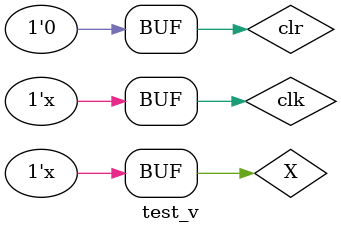
<source format=v>
`timescale 1ns / 1ps


module test_v;

	// Inputs
	reg X;
	reg clk;
	reg clr;
	reg reset;

	// Outputs
	wire [1:0] hwy;
	wire [1:0] cntry;
	wire slowclk;

	// Instantiate the Unit Under Test (UUT)
	tlc uut (
		.X(X),  
		.clr(clr), 
		.hwy(hwy), 
		.slowclk(slowclk),
		.cntry(cntry)
	);

	initial begin
		// Initialize Inputs
		X = 0;
		clk = 0;
		clr = 1;

		// Wait 100 ns for global reset to finish
		#100;
		
		clr=0;
		
		
		
        
		// Add stimulus here

	end
	
	always #5 clk=~clk;
			always #20 X=~X;

      
endmodule

</source>
